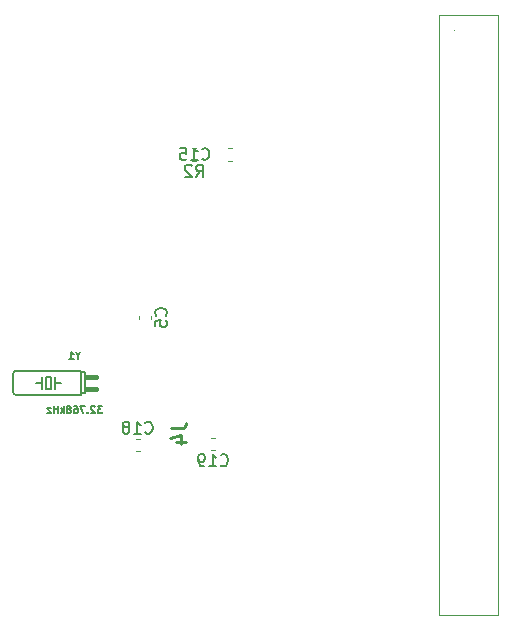
<source format=gbr>
%TF.GenerationSoftware,KiCad,Pcbnew,5.1.5+dfsg1-2build2*%
%TF.CreationDate,2021-10-16T11:12:39+01:00*%
%TF.ProjectId,bluePillG,626c7565-5069-46c6-9c47-2e6b69636164,rev?*%
%TF.SameCoordinates,Original*%
%TF.FileFunction,Legend,Bot*%
%TF.FilePolarity,Positive*%
%FSLAX46Y46*%
G04 Gerber Fmt 4.6, Leading zero omitted, Abs format (unit mm)*
G04 Created by KiCad (PCBNEW 5.1.5+dfsg1-2build2) date 2021-10-16 11:12:39*
%MOMM*%
%LPD*%
G04 APERTURE LIST*
%ADD10C,0.100000*%
%ADD11C,0.152400*%
%ADD12C,0.406400*%
%ADD13C,0.120000*%
%ADD14C,0.254000*%
%ADD15C,0.127000*%
%ADD16C,0.150000*%
G04 APERTURE END LIST*
D10*
%TO.C,J4*%
X74250000Y-51790000D02*
X74250000Y-51790000D01*
X74250000Y-51790000D02*
X74250000Y-51790000D01*
X74250000Y-51790000D02*
X74250000Y-51790000D01*
X74250000Y-51790000D02*
X74250000Y-51790000D01*
X73045000Y-101320000D02*
X77995000Y-101320000D01*
X73045000Y-50520000D02*
X73045000Y-101320000D01*
X77995000Y-50520000D02*
X73045000Y-50520000D01*
X77995000Y-101320000D02*
X77995000Y-50520000D01*
D11*
%TO.C,Y1*%
X36953000Y-80868000D02*
G75*
G02X37207000Y-80614000I254000J0D01*
G01*
X37207000Y-82646000D02*
G75*
G02X36953000Y-82392000I0J254000D01*
G01*
X43049000Y-80741000D02*
X43049000Y-82519000D01*
X36953000Y-80868000D02*
X36953000Y-82392000D01*
X43049000Y-82519000D02*
X42668000Y-82519000D01*
X42668000Y-82646000D02*
X37207000Y-82646000D01*
X43049000Y-80741000D02*
X42668000Y-80741000D01*
X42668000Y-80614000D02*
X42668000Y-80741000D01*
X42668000Y-80614000D02*
X37207000Y-80614000D01*
D12*
X43938000Y-82138000D02*
X43176000Y-82138000D01*
X43938000Y-81122000D02*
X43176000Y-81122000D01*
D11*
X39747000Y-81122000D02*
X40128000Y-81122000D01*
X40128000Y-82138000D02*
X40128000Y-81122000D01*
X40128000Y-82138000D02*
X39747000Y-82138000D01*
X39747000Y-81122000D02*
X39747000Y-82138000D01*
X39366000Y-81122000D02*
X39366000Y-81630000D01*
X40509000Y-81122000D02*
X40509000Y-81630000D01*
X40509000Y-81630000D02*
X41017000Y-81630000D01*
X40509000Y-81630000D02*
X40509000Y-82138000D01*
X39366000Y-81630000D02*
X38858000Y-81630000D01*
X39366000Y-81630000D02*
X39366000Y-82138000D01*
X42668000Y-82646000D02*
X42668000Y-82519000D01*
X42668000Y-82519000D02*
X42668000Y-80741000D01*
D13*
%TO.C,R2*%
X52124721Y-62810000D02*
X52450279Y-62810000D01*
X52124721Y-61790000D02*
X52450279Y-61790000D01*
%TO.C,C19*%
X53724721Y-87310000D02*
X54050279Y-87310000D01*
X53724721Y-86290000D02*
X54050279Y-86290000D01*
%TO.C,C18*%
X47662779Y-86390000D02*
X47337221Y-86390000D01*
X47662779Y-87410000D02*
X47337221Y-87410000D01*
%TO.C,C15*%
X55137221Y-62810000D02*
X55462779Y-62810000D01*
X55137221Y-61790000D02*
X55462779Y-61790000D01*
%TO.C,C5*%
X48610000Y-76262779D02*
X48610000Y-75937221D01*
X47590000Y-76262779D02*
X47590000Y-75937221D01*
%TO.C,J4*%
D14*
X50324523Y-85496666D02*
X51231666Y-85496666D01*
X51413095Y-85436190D01*
X51534047Y-85315238D01*
X51594523Y-85133809D01*
X51594523Y-85012857D01*
X50747857Y-86645714D02*
X51594523Y-86645714D01*
X50264047Y-86343333D02*
X51171190Y-86040952D01*
X51171190Y-86827142D01*
%TO.C,Y1*%
D15*
X42450285Y-79329485D02*
X42450285Y-79619771D01*
X42653485Y-79010171D02*
X42450285Y-79329485D01*
X42247085Y-79010171D01*
X41724571Y-79619771D02*
X42072914Y-79619771D01*
X41898742Y-79619771D02*
X41898742Y-79010171D01*
X41956800Y-79097257D01*
X42014857Y-79155314D01*
X42072914Y-79184342D01*
X44482285Y-83582171D02*
X44104914Y-83582171D01*
X44308114Y-83814400D01*
X44221028Y-83814400D01*
X44162971Y-83843428D01*
X44133942Y-83872457D01*
X44104914Y-83930514D01*
X44104914Y-84075657D01*
X44133942Y-84133714D01*
X44162971Y-84162742D01*
X44221028Y-84191771D01*
X44395200Y-84191771D01*
X44453257Y-84162742D01*
X44482285Y-84133714D01*
X43872685Y-83640228D02*
X43843657Y-83611200D01*
X43785600Y-83582171D01*
X43640457Y-83582171D01*
X43582400Y-83611200D01*
X43553371Y-83640228D01*
X43524342Y-83698285D01*
X43524342Y-83756342D01*
X43553371Y-83843428D01*
X43901714Y-84191771D01*
X43524342Y-84191771D01*
X43263085Y-84133714D02*
X43234057Y-84162742D01*
X43263085Y-84191771D01*
X43292114Y-84162742D01*
X43263085Y-84133714D01*
X43263085Y-84191771D01*
X43030857Y-83582171D02*
X42624457Y-83582171D01*
X42885714Y-84191771D01*
X42130971Y-83582171D02*
X42247085Y-83582171D01*
X42305142Y-83611200D01*
X42334171Y-83640228D01*
X42392228Y-83727314D01*
X42421257Y-83843428D01*
X42421257Y-84075657D01*
X42392228Y-84133714D01*
X42363200Y-84162742D01*
X42305142Y-84191771D01*
X42189028Y-84191771D01*
X42130971Y-84162742D01*
X42101942Y-84133714D01*
X42072914Y-84075657D01*
X42072914Y-83930514D01*
X42101942Y-83872457D01*
X42130971Y-83843428D01*
X42189028Y-83814400D01*
X42305142Y-83814400D01*
X42363200Y-83843428D01*
X42392228Y-83872457D01*
X42421257Y-83930514D01*
X41724571Y-83843428D02*
X41782628Y-83814400D01*
X41811657Y-83785371D01*
X41840685Y-83727314D01*
X41840685Y-83698285D01*
X41811657Y-83640228D01*
X41782628Y-83611200D01*
X41724571Y-83582171D01*
X41608457Y-83582171D01*
X41550400Y-83611200D01*
X41521371Y-83640228D01*
X41492342Y-83698285D01*
X41492342Y-83727314D01*
X41521371Y-83785371D01*
X41550400Y-83814400D01*
X41608457Y-83843428D01*
X41724571Y-83843428D01*
X41782628Y-83872457D01*
X41811657Y-83901485D01*
X41840685Y-83959542D01*
X41840685Y-84075657D01*
X41811657Y-84133714D01*
X41782628Y-84162742D01*
X41724571Y-84191771D01*
X41608457Y-84191771D01*
X41550400Y-84162742D01*
X41521371Y-84133714D01*
X41492342Y-84075657D01*
X41492342Y-83959542D01*
X41521371Y-83901485D01*
X41550400Y-83872457D01*
X41608457Y-83843428D01*
X41231085Y-84191771D02*
X41231085Y-83582171D01*
X41173028Y-83959542D02*
X40998857Y-84191771D01*
X40998857Y-83785371D02*
X41231085Y-84017600D01*
X40737600Y-84191771D02*
X40737600Y-83582171D01*
X40737600Y-83872457D02*
X40389257Y-83872457D01*
X40389257Y-84191771D02*
X40389257Y-83582171D01*
X40157028Y-83785371D02*
X39837714Y-83785371D01*
X40157028Y-84191771D01*
X39837714Y-84191771D01*
%TO.C,R2*%
D16*
X52454166Y-64182380D02*
X52787500Y-63706190D01*
X53025595Y-64182380D02*
X53025595Y-63182380D01*
X52644642Y-63182380D01*
X52549404Y-63230000D01*
X52501785Y-63277619D01*
X52454166Y-63372857D01*
X52454166Y-63515714D01*
X52501785Y-63610952D01*
X52549404Y-63658571D01*
X52644642Y-63706190D01*
X53025595Y-63706190D01*
X52073214Y-63277619D02*
X52025595Y-63230000D01*
X51930357Y-63182380D01*
X51692261Y-63182380D01*
X51597023Y-63230000D01*
X51549404Y-63277619D01*
X51501785Y-63372857D01*
X51501785Y-63468095D01*
X51549404Y-63610952D01*
X52120833Y-64182380D01*
X51501785Y-64182380D01*
%TO.C,C19*%
X54530357Y-88587142D02*
X54577976Y-88634761D01*
X54720833Y-88682380D01*
X54816071Y-88682380D01*
X54958928Y-88634761D01*
X55054166Y-88539523D01*
X55101785Y-88444285D01*
X55149404Y-88253809D01*
X55149404Y-88110952D01*
X55101785Y-87920476D01*
X55054166Y-87825238D01*
X54958928Y-87730000D01*
X54816071Y-87682380D01*
X54720833Y-87682380D01*
X54577976Y-87730000D01*
X54530357Y-87777619D01*
X53577976Y-88682380D02*
X54149404Y-88682380D01*
X53863690Y-88682380D02*
X53863690Y-87682380D01*
X53958928Y-87825238D01*
X54054166Y-87920476D01*
X54149404Y-87968095D01*
X53101785Y-88682380D02*
X52911309Y-88682380D01*
X52816071Y-88634761D01*
X52768452Y-88587142D01*
X52673214Y-88444285D01*
X52625595Y-88253809D01*
X52625595Y-87872857D01*
X52673214Y-87777619D01*
X52720833Y-87730000D01*
X52816071Y-87682380D01*
X53006547Y-87682380D01*
X53101785Y-87730000D01*
X53149404Y-87777619D01*
X53197023Y-87872857D01*
X53197023Y-88110952D01*
X53149404Y-88206190D01*
X53101785Y-88253809D01*
X53006547Y-88301428D01*
X52816071Y-88301428D01*
X52720833Y-88253809D01*
X52673214Y-88206190D01*
X52625595Y-88110952D01*
%TO.C,C18*%
X48142857Y-85827142D02*
X48190476Y-85874761D01*
X48333333Y-85922380D01*
X48428571Y-85922380D01*
X48571428Y-85874761D01*
X48666666Y-85779523D01*
X48714285Y-85684285D01*
X48761904Y-85493809D01*
X48761904Y-85350952D01*
X48714285Y-85160476D01*
X48666666Y-85065238D01*
X48571428Y-84970000D01*
X48428571Y-84922380D01*
X48333333Y-84922380D01*
X48190476Y-84970000D01*
X48142857Y-85017619D01*
X47190476Y-85922380D02*
X47761904Y-85922380D01*
X47476190Y-85922380D02*
X47476190Y-84922380D01*
X47571428Y-85065238D01*
X47666666Y-85160476D01*
X47761904Y-85208095D01*
X46619047Y-85350952D02*
X46714285Y-85303333D01*
X46761904Y-85255714D01*
X46809523Y-85160476D01*
X46809523Y-85112857D01*
X46761904Y-85017619D01*
X46714285Y-84970000D01*
X46619047Y-84922380D01*
X46428571Y-84922380D01*
X46333333Y-84970000D01*
X46285714Y-85017619D01*
X46238095Y-85112857D01*
X46238095Y-85160476D01*
X46285714Y-85255714D01*
X46333333Y-85303333D01*
X46428571Y-85350952D01*
X46619047Y-85350952D01*
X46714285Y-85398571D01*
X46761904Y-85446190D01*
X46809523Y-85541428D01*
X46809523Y-85731904D01*
X46761904Y-85827142D01*
X46714285Y-85874761D01*
X46619047Y-85922380D01*
X46428571Y-85922380D01*
X46333333Y-85874761D01*
X46285714Y-85827142D01*
X46238095Y-85731904D01*
X46238095Y-85541428D01*
X46285714Y-85446190D01*
X46333333Y-85398571D01*
X46428571Y-85350952D01*
%TO.C,C15*%
X52955357Y-62657142D02*
X53002976Y-62704761D01*
X53145833Y-62752380D01*
X53241071Y-62752380D01*
X53383928Y-62704761D01*
X53479166Y-62609523D01*
X53526785Y-62514285D01*
X53574404Y-62323809D01*
X53574404Y-62180952D01*
X53526785Y-61990476D01*
X53479166Y-61895238D01*
X53383928Y-61800000D01*
X53241071Y-61752380D01*
X53145833Y-61752380D01*
X53002976Y-61800000D01*
X52955357Y-61847619D01*
X52002976Y-62752380D02*
X52574404Y-62752380D01*
X52288690Y-62752380D02*
X52288690Y-61752380D01*
X52383928Y-61895238D01*
X52479166Y-61990476D01*
X52574404Y-62038095D01*
X51098214Y-61752380D02*
X51574404Y-61752380D01*
X51622023Y-62228571D01*
X51574404Y-62180952D01*
X51479166Y-62133333D01*
X51241071Y-62133333D01*
X51145833Y-62180952D01*
X51098214Y-62228571D01*
X51050595Y-62323809D01*
X51050595Y-62561904D01*
X51098214Y-62657142D01*
X51145833Y-62704761D01*
X51241071Y-62752380D01*
X51479166Y-62752380D01*
X51574404Y-62704761D01*
X51622023Y-62657142D01*
%TO.C,C5*%
X49887142Y-75933333D02*
X49934761Y-75885714D01*
X49982380Y-75742857D01*
X49982380Y-75647619D01*
X49934761Y-75504761D01*
X49839523Y-75409523D01*
X49744285Y-75361904D01*
X49553809Y-75314285D01*
X49410952Y-75314285D01*
X49220476Y-75361904D01*
X49125238Y-75409523D01*
X49030000Y-75504761D01*
X48982380Y-75647619D01*
X48982380Y-75742857D01*
X49030000Y-75885714D01*
X49077619Y-75933333D01*
X48982380Y-76838095D02*
X48982380Y-76361904D01*
X49458571Y-76314285D01*
X49410952Y-76361904D01*
X49363333Y-76457142D01*
X49363333Y-76695238D01*
X49410952Y-76790476D01*
X49458571Y-76838095D01*
X49553809Y-76885714D01*
X49791904Y-76885714D01*
X49887142Y-76838095D01*
X49934761Y-76790476D01*
X49982380Y-76695238D01*
X49982380Y-76457142D01*
X49934761Y-76361904D01*
X49887142Y-76314285D01*
%TD*%
M02*

</source>
